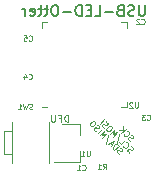
<source format=gbo>
G04 #@! TF.GenerationSoftware,KiCad,Pcbnew,5.1.4+dfsg1-1*
G04 #@! TF.CreationDate,2019-11-18T19:04:25+01:00*
G04 #@! TF.ProjectId,USB-LED-Otter,5553422d-4c45-4442-9d4f-747465722e6b,rev?*
G04 #@! TF.SameCoordinates,Original*
G04 #@! TF.FileFunction,Legend,Bot*
G04 #@! TF.FilePolarity,Positive*
%FSLAX46Y46*%
G04 Gerber Fmt 4.6, Leading zero omitted, Abs format (unit mm)*
G04 Created by KiCad (PCBNEW 5.1.4+dfsg1-1) date 2019-11-18 19:04:25*
%MOMM*%
%LPD*%
G04 APERTURE LIST*
%ADD10C,0.112500*%
%ADD11C,0.200000*%
%ADD12C,0.120000*%
%ADD13C,0.100000*%
G04 APERTURE END LIST*
D10*
X54728571Y-60421428D02*
X54728571Y-59821428D01*
X54585714Y-59821428D01*
X54500000Y-59850000D01*
X54442857Y-59907142D01*
X54414285Y-59964285D01*
X54385714Y-60078571D01*
X54385714Y-60164285D01*
X54414285Y-60278571D01*
X54442857Y-60335714D01*
X54500000Y-60392857D01*
X54585714Y-60421428D01*
X54728571Y-60421428D01*
X53928571Y-60107142D02*
X54128571Y-60107142D01*
X54128571Y-60421428D02*
X54128571Y-59821428D01*
X53842857Y-59821428D01*
X53614285Y-59821428D02*
X53614285Y-60307142D01*
X53585714Y-60364285D01*
X53557142Y-60392857D01*
X53500000Y-60421428D01*
X53385714Y-60421428D01*
X53328571Y-60392857D01*
X53300000Y-60364285D01*
X53271428Y-60307142D01*
X53271428Y-59821428D01*
X59961463Y-62047673D02*
X59894120Y-62014001D01*
X59809940Y-61929822D01*
X59793104Y-61879314D01*
X59793104Y-61845643D01*
X59809940Y-61795135D01*
X59843612Y-61761463D01*
X59894120Y-61744627D01*
X59927791Y-61744627D01*
X59978299Y-61761463D01*
X60062478Y-61811971D01*
X60112986Y-61828807D01*
X60146658Y-61828807D01*
X60197165Y-61811971D01*
X60230837Y-61778299D01*
X60247673Y-61727791D01*
X60247673Y-61694120D01*
X60230837Y-61643612D01*
X60146658Y-61559433D01*
X60079314Y-61525761D01*
X59422715Y-61475253D02*
X59422715Y-61508925D01*
X59456387Y-61576269D01*
X59490059Y-61609940D01*
X59557402Y-61643612D01*
X59624746Y-61643612D01*
X59675253Y-61626776D01*
X59759433Y-61576269D01*
X59809940Y-61525761D01*
X59860448Y-61441582D01*
X59877284Y-61391074D01*
X59877284Y-61323730D01*
X59843612Y-61256387D01*
X59809940Y-61222715D01*
X59742597Y-61189043D01*
X59708925Y-61189043D01*
X59237521Y-61357402D02*
X59591074Y-61003849D01*
X59035490Y-61155372D02*
X59389043Y-61104864D01*
X59389043Y-60801818D02*
X59389043Y-61205879D01*
X59902749Y-63038959D02*
X59835406Y-63005287D01*
X59751226Y-62921108D01*
X59734391Y-62870600D01*
X59734391Y-62836929D01*
X59751226Y-62786421D01*
X59784898Y-62752749D01*
X59835406Y-62735913D01*
X59869078Y-62735913D01*
X59919585Y-62752749D01*
X60003765Y-62803257D01*
X60054272Y-62820093D01*
X60087944Y-62820093D01*
X60138452Y-62803257D01*
X60172123Y-62769585D01*
X60188959Y-62719078D01*
X60188959Y-62685406D01*
X60172123Y-62634898D01*
X60087944Y-62550719D01*
X60020600Y-62517047D01*
X59364001Y-62466539D02*
X59364001Y-62500211D01*
X59397673Y-62567555D01*
X59431345Y-62601226D01*
X59498688Y-62634898D01*
X59566032Y-62634898D01*
X59616539Y-62618062D01*
X59700719Y-62567555D01*
X59751226Y-62517047D01*
X59801734Y-62432868D01*
X59818570Y-62382360D01*
X59818570Y-62315017D01*
X59784898Y-62247673D01*
X59751226Y-62214001D01*
X59683883Y-62180330D01*
X59650211Y-62180330D01*
X59010448Y-62180330D02*
X59178807Y-62348688D01*
X59532360Y-61995135D01*
X59010448Y-61439551D02*
X58858925Y-62197165D01*
X58522208Y-61692089D02*
X58875761Y-61338536D01*
X58505372Y-61473223D01*
X58640059Y-61102834D01*
X58286505Y-61456387D01*
X58404356Y-60867131D02*
X58337013Y-60799788D01*
X58286505Y-60782952D01*
X58219162Y-60782952D01*
X58134982Y-60833460D01*
X58017131Y-60951311D01*
X57966624Y-61035490D01*
X57966624Y-61102834D01*
X57983460Y-61153341D01*
X58050803Y-61220685D01*
X58101311Y-61237521D01*
X58168654Y-61237521D01*
X58252834Y-61187013D01*
X58370685Y-61069162D01*
X58421192Y-60984982D01*
X58421192Y-60917639D01*
X58404356Y-60867131D01*
X57781429Y-60917639D02*
X57714086Y-60883967D01*
X57629906Y-60799788D01*
X57613070Y-60749280D01*
X57613070Y-60715608D01*
X57629906Y-60665101D01*
X57663578Y-60631429D01*
X57714086Y-60614593D01*
X57747757Y-60614593D01*
X57798265Y-60631429D01*
X57882444Y-60681937D01*
X57932952Y-60698773D01*
X57966624Y-60698773D01*
X58017131Y-60681937D01*
X58050803Y-60648265D01*
X58067639Y-60597757D01*
X58067639Y-60564086D01*
X58050803Y-60513578D01*
X57966624Y-60429399D01*
X57899280Y-60395727D01*
X57411040Y-60580921D02*
X57764593Y-60227368D01*
X59011167Y-63147377D02*
X58943824Y-63113705D01*
X58859644Y-63029526D01*
X58842809Y-62979018D01*
X58842809Y-62945347D01*
X58859644Y-62894839D01*
X58893316Y-62861167D01*
X58943824Y-62844331D01*
X58977496Y-62844331D01*
X59028003Y-62861167D01*
X59112183Y-62911675D01*
X59162690Y-62928511D01*
X59196362Y-62928511D01*
X59246870Y-62911675D01*
X59280541Y-62878003D01*
X59297377Y-62827496D01*
X59297377Y-62793824D01*
X59280541Y-62743316D01*
X59196362Y-62659137D01*
X59129018Y-62625465D01*
X58640778Y-62810660D02*
X58994331Y-62457106D01*
X58910152Y-62372927D01*
X58842809Y-62339255D01*
X58775465Y-62339255D01*
X58724957Y-62356091D01*
X58640778Y-62406599D01*
X58590270Y-62457106D01*
X58539763Y-62541286D01*
X58522927Y-62591793D01*
X58522927Y-62659137D01*
X58556599Y-62726480D01*
X58640778Y-62810660D01*
X58405076Y-62372927D02*
X58236717Y-62204568D01*
X58337732Y-62507614D02*
X58573435Y-62036209D01*
X58102030Y-62271912D01*
X58102030Y-61531133D02*
X57950507Y-62288748D01*
X57613790Y-61783671D02*
X57967343Y-61430118D01*
X57596954Y-61564805D01*
X57731641Y-61194416D01*
X57378087Y-61547969D01*
X57209729Y-61379610D02*
X57563282Y-61026057D01*
X57075042Y-61211251D02*
X57007698Y-61177580D01*
X56923519Y-61093400D01*
X56906683Y-61042893D01*
X56906683Y-61009221D01*
X56923519Y-60958713D01*
X56957190Y-60925042D01*
X57007698Y-60908206D01*
X57041370Y-60908206D01*
X57091877Y-60925042D01*
X57176057Y-60975549D01*
X57226564Y-60992385D01*
X57260236Y-60992385D01*
X57310744Y-60975549D01*
X57344416Y-60941877D01*
X57361251Y-60891370D01*
X57361251Y-60857698D01*
X57344416Y-60807190D01*
X57260236Y-60723011D01*
X57192893Y-60689339D01*
X56990862Y-60453637D02*
X56923519Y-60386294D01*
X56873011Y-60369458D01*
X56805668Y-60369458D01*
X56721488Y-60419965D01*
X56603637Y-60537816D01*
X56553129Y-60621996D01*
X56553129Y-60689339D01*
X56569965Y-60739847D01*
X56637309Y-60807190D01*
X56687816Y-60824026D01*
X56755160Y-60824026D01*
X56839339Y-60773519D01*
X56957190Y-60655668D01*
X57007698Y-60571488D01*
X57007698Y-60504145D01*
X56990862Y-60453637D01*
D11*
X61211428Y-50557142D02*
X61211428Y-51285714D01*
X61168571Y-51371428D01*
X61125714Y-51414285D01*
X61040000Y-51457142D01*
X60868571Y-51457142D01*
X60782857Y-51414285D01*
X60740000Y-51371428D01*
X60697142Y-51285714D01*
X60697142Y-50557142D01*
X60311428Y-51414285D02*
X60182857Y-51457142D01*
X59968571Y-51457142D01*
X59882857Y-51414285D01*
X59840000Y-51371428D01*
X59797142Y-51285714D01*
X59797142Y-51200000D01*
X59840000Y-51114285D01*
X59882857Y-51071428D01*
X59968571Y-51028571D01*
X60140000Y-50985714D01*
X60225714Y-50942857D01*
X60268571Y-50900000D01*
X60311428Y-50814285D01*
X60311428Y-50728571D01*
X60268571Y-50642857D01*
X60225714Y-50600000D01*
X60140000Y-50557142D01*
X59925714Y-50557142D01*
X59797142Y-50600000D01*
X59111428Y-50985714D02*
X58982857Y-51028571D01*
X58940000Y-51071428D01*
X58897142Y-51157142D01*
X58897142Y-51285714D01*
X58940000Y-51371428D01*
X58982857Y-51414285D01*
X59068571Y-51457142D01*
X59411428Y-51457142D01*
X59411428Y-50557142D01*
X59111428Y-50557142D01*
X59025714Y-50600000D01*
X58982857Y-50642857D01*
X58940000Y-50728571D01*
X58940000Y-50814285D01*
X58982857Y-50900000D01*
X59025714Y-50942857D01*
X59111428Y-50985714D01*
X59411428Y-50985714D01*
X58511428Y-51114285D02*
X57825714Y-51114285D01*
X56968571Y-51457142D02*
X57397142Y-51457142D01*
X57397142Y-50557142D01*
X56668571Y-50985714D02*
X56368571Y-50985714D01*
X56240000Y-51457142D02*
X56668571Y-51457142D01*
X56668571Y-50557142D01*
X56240000Y-50557142D01*
X55854285Y-51457142D02*
X55854285Y-50557142D01*
X55640000Y-50557142D01*
X55511428Y-50600000D01*
X55425714Y-50685714D01*
X55382857Y-50771428D01*
X55340000Y-50942857D01*
X55340000Y-51071428D01*
X55382857Y-51242857D01*
X55425714Y-51328571D01*
X55511428Y-51414285D01*
X55640000Y-51457142D01*
X55854285Y-51457142D01*
X54954285Y-51114285D02*
X54268571Y-51114285D01*
X53668571Y-50557142D02*
X53497142Y-50557142D01*
X53411428Y-50600000D01*
X53325714Y-50685714D01*
X53282857Y-50857142D01*
X53282857Y-51157142D01*
X53325714Y-51328571D01*
X53411428Y-51414285D01*
X53497142Y-51457142D01*
X53668571Y-51457142D01*
X53754285Y-51414285D01*
X53840000Y-51328571D01*
X53882857Y-51157142D01*
X53882857Y-50857142D01*
X53840000Y-50685714D01*
X53754285Y-50600000D01*
X53668571Y-50557142D01*
X53025714Y-50857142D02*
X52682857Y-50857142D01*
X52897142Y-50557142D02*
X52897142Y-51328571D01*
X52854285Y-51414285D01*
X52768571Y-51457142D01*
X52682857Y-51457142D01*
X52511428Y-50857142D02*
X52168571Y-50857142D01*
X52382857Y-50557142D02*
X52382857Y-51328571D01*
X52340000Y-51414285D01*
X52254285Y-51457142D01*
X52168571Y-51457142D01*
X51525714Y-51414285D02*
X51611428Y-51457142D01*
X51782857Y-51457142D01*
X51868571Y-51414285D01*
X51911428Y-51328571D01*
X51911428Y-50985714D01*
X51868571Y-50900000D01*
X51782857Y-50857142D01*
X51611428Y-50857142D01*
X51525714Y-50900000D01*
X51482857Y-50985714D01*
X51482857Y-51071428D01*
X51911428Y-51157142D01*
X51097142Y-51457142D02*
X51097142Y-50857142D01*
X51097142Y-51028571D02*
X51054285Y-50942857D01*
X51011428Y-50900000D01*
X50925714Y-50857142D01*
X50840000Y-50857142D01*
D12*
X52955000Y-59210000D02*
X52480000Y-59210000D01*
X59700000Y-51990000D02*
X59700000Y-52465000D01*
X59225000Y-51990000D02*
X59700000Y-51990000D01*
X52480000Y-51990000D02*
X52480000Y-52465000D01*
X52955000Y-51990000D02*
X52480000Y-51990000D01*
X59700000Y-59210000D02*
X59700000Y-58735000D01*
X59225000Y-59210000D02*
X59700000Y-59210000D01*
X49975000Y-61250000D02*
X49325000Y-61250000D01*
X49325000Y-61250000D02*
X49325000Y-63150000D01*
X49325000Y-63150000D02*
X49975000Y-63150000D01*
X53075000Y-63950000D02*
X53075000Y-60450000D01*
X49975000Y-60450000D02*
X49975000Y-63950000D01*
X55685000Y-60645000D02*
X55685000Y-61575000D01*
X55685000Y-63805000D02*
X55685000Y-62875000D01*
X55685000Y-63805000D02*
X53525000Y-63805000D01*
X55685000Y-60645000D02*
X54225000Y-60645000D01*
D13*
X60602857Y-58793571D02*
X60602857Y-59157857D01*
X60581428Y-59200714D01*
X60560000Y-59222142D01*
X60517142Y-59243571D01*
X60431428Y-59243571D01*
X60388571Y-59222142D01*
X60367142Y-59200714D01*
X60345714Y-59157857D01*
X60345714Y-58793571D01*
X60152857Y-58836428D02*
X60131428Y-58815000D01*
X60088571Y-58793571D01*
X59981428Y-58793571D01*
X59938571Y-58815000D01*
X59917142Y-58836428D01*
X59895714Y-58879285D01*
X59895714Y-58922142D01*
X59917142Y-58986428D01*
X60174285Y-59243571D01*
X59895714Y-59243571D01*
D10*
X51700000Y-59357142D02*
X51635714Y-59378571D01*
X51528571Y-59378571D01*
X51485714Y-59357142D01*
X51464285Y-59335714D01*
X51442857Y-59292857D01*
X51442857Y-59250000D01*
X51464285Y-59207142D01*
X51485714Y-59185714D01*
X51528571Y-59164285D01*
X51614285Y-59142857D01*
X51657142Y-59121428D01*
X51678571Y-59100000D01*
X51700000Y-59057142D01*
X51700000Y-59014285D01*
X51678571Y-58971428D01*
X51657142Y-58950000D01*
X51614285Y-58928571D01*
X51507142Y-58928571D01*
X51442857Y-58950000D01*
X51292857Y-58928571D02*
X51185714Y-59378571D01*
X51100000Y-59057142D01*
X51014285Y-59378571D01*
X50907142Y-58928571D01*
X50500000Y-59378571D02*
X50757142Y-59378571D01*
X50628571Y-59378571D02*
X50628571Y-58928571D01*
X50671428Y-58992857D01*
X50714285Y-59035714D01*
X50757142Y-59057142D01*
X55925000Y-64485714D02*
X55946428Y-64507142D01*
X56010714Y-64528571D01*
X56053571Y-64528571D01*
X56117857Y-64507142D01*
X56160714Y-64464285D01*
X56182142Y-64421428D01*
X56203571Y-64335714D01*
X56203571Y-64271428D01*
X56182142Y-64185714D01*
X56160714Y-64142857D01*
X56117857Y-64100000D01*
X56053571Y-64078571D01*
X56010714Y-64078571D01*
X55946428Y-64100000D01*
X55925000Y-64121428D01*
X55496428Y-64528571D02*
X55753571Y-64528571D01*
X55625000Y-64528571D02*
X55625000Y-64078571D01*
X55667857Y-64142857D01*
X55710714Y-64185714D01*
X55753571Y-64207142D01*
X51385000Y-53530714D02*
X51406428Y-53552142D01*
X51470714Y-53573571D01*
X51513571Y-53573571D01*
X51577857Y-53552142D01*
X51620714Y-53509285D01*
X51642142Y-53466428D01*
X51663571Y-53380714D01*
X51663571Y-53316428D01*
X51642142Y-53230714D01*
X51620714Y-53187857D01*
X51577857Y-53145000D01*
X51513571Y-53123571D01*
X51470714Y-53123571D01*
X51406428Y-53145000D01*
X51385000Y-53166428D01*
X50977857Y-53123571D02*
X51192142Y-53123571D01*
X51213571Y-53337857D01*
X51192142Y-53316428D01*
X51149285Y-53295000D01*
X51042142Y-53295000D01*
X50999285Y-53316428D01*
X50977857Y-53337857D01*
X50956428Y-53380714D01*
X50956428Y-53487857D01*
X50977857Y-53530714D01*
X50999285Y-53552142D01*
X51042142Y-53573571D01*
X51149285Y-53573571D01*
X51192142Y-53552142D01*
X51213571Y-53530714D01*
X51375000Y-56780714D02*
X51396428Y-56802142D01*
X51460714Y-56823571D01*
X51503571Y-56823571D01*
X51567857Y-56802142D01*
X51610714Y-56759285D01*
X51632142Y-56716428D01*
X51653571Y-56630714D01*
X51653571Y-56566428D01*
X51632142Y-56480714D01*
X51610714Y-56437857D01*
X51567857Y-56395000D01*
X51503571Y-56373571D01*
X51460714Y-56373571D01*
X51396428Y-56395000D01*
X51375000Y-56416428D01*
X50989285Y-56523571D02*
X50989285Y-56823571D01*
X51096428Y-56352142D02*
X51203571Y-56673571D01*
X50925000Y-56673571D01*
X61400000Y-60235714D02*
X61421428Y-60257142D01*
X61485714Y-60278571D01*
X61528571Y-60278571D01*
X61592857Y-60257142D01*
X61635714Y-60214285D01*
X61657142Y-60171428D01*
X61678571Y-60085714D01*
X61678571Y-60021428D01*
X61657142Y-59935714D01*
X61635714Y-59892857D01*
X61592857Y-59850000D01*
X61528571Y-59828571D01*
X61485714Y-59828571D01*
X61421428Y-59850000D01*
X61400000Y-59871428D01*
X61250000Y-59828571D02*
X60971428Y-59828571D01*
X61121428Y-60000000D01*
X61057142Y-60000000D01*
X61014285Y-60021428D01*
X60992857Y-60042857D01*
X60971428Y-60085714D01*
X60971428Y-60192857D01*
X60992857Y-60235714D01*
X61014285Y-60257142D01*
X61057142Y-60278571D01*
X61185714Y-60278571D01*
X61228571Y-60257142D01*
X61250000Y-60235714D01*
X57675000Y-64453571D02*
X57825000Y-64239285D01*
X57932142Y-64453571D02*
X57932142Y-64003571D01*
X57760714Y-64003571D01*
X57717857Y-64025000D01*
X57696428Y-64046428D01*
X57675000Y-64089285D01*
X57675000Y-64153571D01*
X57696428Y-64196428D01*
X57717857Y-64217857D01*
X57760714Y-64239285D01*
X57932142Y-64239285D01*
X57246428Y-64453571D02*
X57503571Y-64453571D01*
X57375000Y-64453571D02*
X57375000Y-64003571D01*
X57417857Y-64067857D01*
X57460714Y-64110714D01*
X57503571Y-64132142D01*
X60925000Y-52130714D02*
X60946428Y-52152142D01*
X61010714Y-52173571D01*
X61053571Y-52173571D01*
X61117857Y-52152142D01*
X61160714Y-52109285D01*
X61182142Y-52066428D01*
X61203571Y-51980714D01*
X61203571Y-51916428D01*
X61182142Y-51830714D01*
X61160714Y-51787857D01*
X61117857Y-51745000D01*
X61053571Y-51723571D01*
X61010714Y-51723571D01*
X60946428Y-51745000D01*
X60925000Y-51766428D01*
X60753571Y-51766428D02*
X60732142Y-51745000D01*
X60689285Y-51723571D01*
X60582142Y-51723571D01*
X60539285Y-51745000D01*
X60517857Y-51766428D01*
X60496428Y-51809285D01*
X60496428Y-51852142D01*
X60517857Y-51916428D01*
X60775000Y-52173571D01*
X60496428Y-52173571D01*
X56542857Y-62903571D02*
X56542857Y-63267857D01*
X56521428Y-63310714D01*
X56500000Y-63332142D01*
X56457142Y-63353571D01*
X56371428Y-63353571D01*
X56328571Y-63332142D01*
X56307142Y-63310714D01*
X56285714Y-63267857D01*
X56285714Y-62903571D01*
X55835714Y-63353571D02*
X56092857Y-63353571D01*
X55964285Y-63353571D02*
X55964285Y-62903571D01*
X56007142Y-62967857D01*
X56050000Y-63010714D01*
X56092857Y-63032142D01*
M02*

</source>
